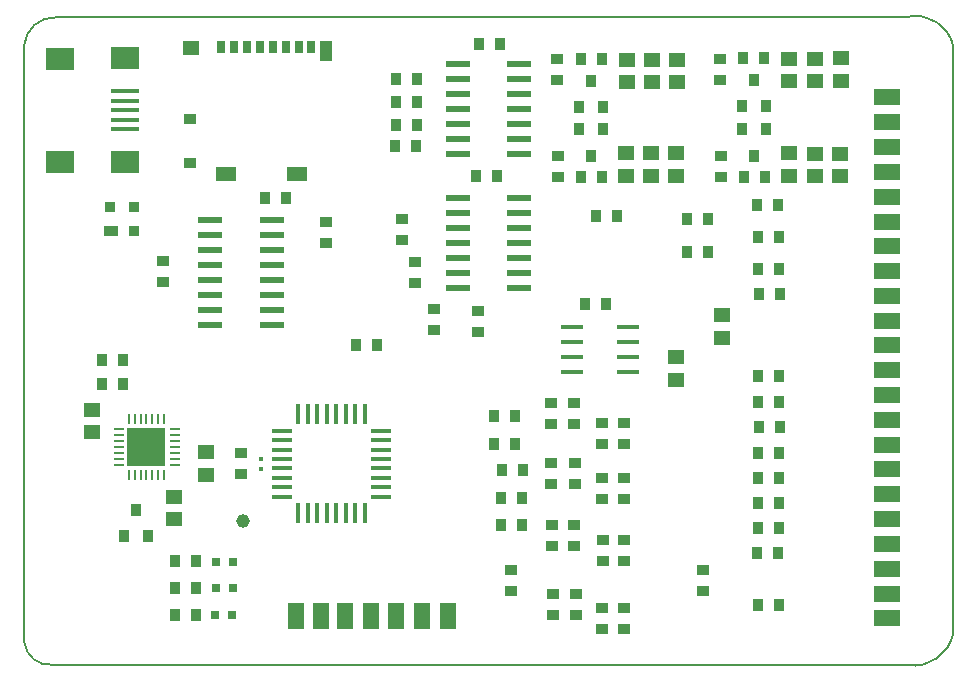
<source format=gbr>
%FSLAX23Y23*%
%MOIN*%
G04 EasyPC Gerber Version 15.0.4 Build 3016 *
%ADD116R,0.00800X0.03800*%
%ADD114R,0.01800X0.06600*%
%ADD121R,0.02553X0.03931*%
%ADD126R,0.02946X0.03931*%
%ADD111R,0.03540X0.03930*%
%ADD128R,0.03600X0.04400*%
%ADD122R,0.04206X0.06687*%
%ADD144R,0.05506X0.09049*%
%ADD131R,0.09443X0.01569*%
%ADD132R,0.09443X0.07474*%
%ADD147R,0.01600X0.01600*%
%ADD129R,0.02750X0.02750*%
%ADD120R,0.03600X0.03600*%
%ADD118R,0.12800X0.12800*%
%ADD16C,0.00500*%
%ADD117R,0.03800X0.00800*%
%ADD113R,0.06600X0.01800*%
%ADD109R,0.07400X0.01800*%
%ADD115R,0.08260X0.01960*%
%ADD125R,0.04324X0.03537*%
%ADD112R,0.03930X0.03540*%
%ADD119R,0.04600X0.03600*%
%ADD110R,0.05600X0.04700*%
%ADD123R,0.05702X0.04915*%
%ADD124R,0.07080X0.04915*%
%ADD146C,0.04600*%
%ADD145R,0.09049X0.05506*%
X0Y0D02*
D02*
D16*
X3Y80D02*
G75*
G03X95Y4I84J9D01*
G01*
X2947*
G75*
G03X3100Y113I22J131*
G01*
X3100Y2065*
G75*
G03X2948Y2164I-126J-26*
G01*
X110Y2163*
G75*
G03X3Y2067I-6J-102*
G01*
Y80*
D02*
D109*
X1828Y981D03*
Y1031D03*
Y1081D03*
Y1131D03*
X2014Y981D03*
Y1031D03*
Y1081D03*
Y1131D03*
D02*
D110*
X227Y780D03*
Y855D03*
X503Y489D03*
Y564D03*
X610Y638D03*
Y713D03*
X2008Y1634D03*
Y1709D03*
X2011Y1946D03*
Y2021D03*
X2091Y1635D03*
Y1710D03*
X2096Y1946D03*
Y2021D03*
X2174Y1634D03*
Y1709D03*
X2175Y955D03*
Y1030D03*
X2180Y1947D03*
Y2022D03*
X2328Y1095D03*
Y1170D03*
X2551Y1949D03*
Y2024D03*
X2552Y1634D03*
Y1709D03*
X2637Y1633D03*
Y1708D03*
X2640Y1950D03*
Y2025D03*
X2721Y1633D03*
Y1708D03*
X2726Y1951D03*
Y2026D03*
D02*
D111*
X261Y1019D03*
X261Y940D03*
X331Y1019D03*
X331Y940D03*
X504Y170D03*
Y259D03*
Y351D03*
X574Y170D03*
Y259D03*
Y351D03*
X804Y1559D03*
X874D03*
X1109Y1071D03*
X1179D03*
X1238Y1734D03*
X1241Y1805D03*
X1242Y1880D03*
X1242Y1957D03*
X1308Y1734D03*
X1311Y1805D03*
X1312Y1880D03*
X1312Y1957D03*
X1509Y1634D03*
X1518Y2074D03*
X1568Y742D03*
X1568Y834D03*
X1579Y1634D03*
X1588Y2074D03*
X1591Y470D03*
X1592Y562D03*
X1595Y654D03*
X1638Y742D03*
X1638Y834D03*
X1661Y470D03*
X1662Y562D03*
X1665Y654D03*
X1857Y2024D03*
X1858Y1631D03*
X1872Y1207D03*
X1908Y1499D03*
X1927Y2024D03*
X1928Y1631D03*
X1942Y1207D03*
X1978Y1499D03*
X2211Y1380D03*
X2212Y1489D03*
X2281Y1380D03*
X2282Y1489D03*
X2397Y2026D03*
X2401Y1629D03*
X2446Y376D03*
Y1538D03*
X2447Y461D03*
X2448Y1324D03*
X2448Y203D03*
Y545D03*
Y627D03*
X2449Y1432D03*
X2449Y711D03*
Y882D03*
Y966D03*
X2451Y1241D03*
X2451Y797D03*
X2467Y2026D03*
X2471Y1629D03*
X2516Y376D03*
Y1538D03*
X2517Y461D03*
X2518Y1324D03*
X2518Y203D03*
Y545D03*
Y627D03*
X2519Y1432D03*
X2519Y711D03*
Y882D03*
Y966D03*
X2521Y1241D03*
X2521Y797D03*
D02*
D112*
X465Y1281D03*
Y1351D03*
X726Y639D03*
Y709D03*
X1008Y1412D03*
Y1482D03*
X1261Y1419D03*
Y1489D03*
X1305Y1276D03*
Y1346D03*
X1368Y1119D03*
Y1189D03*
X1515Y1115D03*
Y1185D03*
X1626Y252D03*
Y322D03*
X1759Y607D03*
Y677D03*
Y807D03*
Y877D03*
X1763Y399D03*
Y469D03*
X1764Y171D03*
Y241D03*
X1780Y1955D03*
Y2025D03*
X1781Y1630D03*
Y1700D03*
X1835Y807D03*
Y877D03*
X1836Y399D03*
Y469D03*
X1839Y607D03*
Y677D03*
X1843Y171D03*
Y241D03*
X1927Y556D03*
Y626D03*
Y741D03*
Y811D03*
X1927Y124D03*
Y194D03*
X1931Y352D03*
Y422D03*
X2002Y741D03*
Y811D03*
X2003Y124D03*
Y194D03*
Y556D03*
Y626D03*
X2003Y352D03*
Y422D03*
X2264Y251D03*
Y321D03*
X2321Y1955D03*
Y2025D03*
X2325Y1632D03*
Y1702D03*
D02*
D113*
X863Y564D03*
Y596D03*
Y627D03*
Y659D03*
Y690D03*
Y722D03*
Y753D03*
Y785D03*
X1191Y564D03*
Y596D03*
Y627D03*
Y659D03*
Y690D03*
Y722D03*
Y753D03*
Y785D03*
D02*
D114*
X916Y511D03*
Y839D03*
X948Y511D03*
Y839D03*
X979Y511D03*
Y839D03*
X1011Y511D03*
Y839D03*
X1042Y511D03*
Y839D03*
X1074Y511D03*
Y839D03*
X1105Y511D03*
Y839D03*
X1137Y511D03*
Y839D03*
D02*
D115*
X623Y1136D03*
Y1186D03*
Y1236D03*
Y1286D03*
Y1336D03*
Y1386D03*
Y1436D03*
Y1486D03*
X827Y1136D03*
Y1186D03*
Y1236D03*
Y1286D03*
Y1336D03*
Y1386D03*
Y1436D03*
Y1486D03*
X1447Y1261D03*
Y1311D03*
Y1361D03*
Y1411D03*
Y1461D03*
Y1511D03*
Y1561D03*
X1448Y1707D03*
Y1757D03*
Y1807D03*
Y1857D03*
Y1907D03*
Y1957D03*
Y2007D03*
X1652Y1261D03*
Y1311D03*
Y1361D03*
Y1411D03*
Y1461D03*
Y1511D03*
Y1561D03*
X1653Y1707D03*
Y1757D03*
Y1807D03*
Y1857D03*
Y1907D03*
Y1957D03*
Y2007D03*
D02*
D116*
X351Y638D03*
Y825D03*
X371Y638D03*
Y825D03*
X391Y638D03*
Y825D03*
X410Y638D03*
Y825D03*
X430Y638D03*
Y825D03*
X450Y638D03*
Y825D03*
X469Y638D03*
Y825D03*
D02*
D117*
X317Y672D03*
Y692D03*
Y712D03*
Y731D03*
Y751D03*
Y771D03*
Y790D03*
X504Y672D03*
Y692D03*
Y712D03*
Y731D03*
Y751D03*
Y771D03*
Y790D03*
D02*
D118*
X410Y731D03*
D02*
D119*
X293Y1452D03*
D02*
D120*
X288Y1532D03*
X368Y1452D03*
Y1532D03*
D02*
D121*
X960Y2065D03*
D02*
D122*
X1008Y2051D03*
D02*
D123*
X560Y2060D03*
D02*
D124*
X676Y1641D03*
X911D03*
D02*
D125*
X554Y1677D03*
Y1823D03*
D02*
D126*
X659Y2065D03*
X702D03*
X745D03*
X789D03*
X832D03*
X875D03*
X919D03*
D02*
D128*
X334Y433D03*
X374Y520D03*
X414Y433D03*
X1851Y1789D03*
Y1865D03*
X1891Y1702D03*
Y1952D03*
X1931Y1789D03*
Y1865D03*
X2394Y1868D03*
X2396Y1789D03*
X2434Y1955D03*
X2436Y1702D03*
X2474Y1868D03*
X2476Y1789D03*
D02*
D129*
X637Y171D03*
X641Y259D03*
Y348D03*
X696Y171D03*
X700Y259D03*
Y348D03*
D02*
D131*
X337Y1790D03*
Y1822D03*
Y1853D03*
Y1885D03*
Y1916D03*
D02*
D132*
X121Y1679D03*
Y2025D03*
X337Y1680D03*
Y2027D03*
D02*
D144*
X908Y168D03*
X991D03*
X1073Y168D03*
X1158Y168D03*
X1241D03*
X1327D03*
X1414D03*
D02*
D145*
X2877Y160D03*
Y242D03*
Y325D03*
Y407D03*
Y490D03*
Y573D03*
Y656D03*
Y738D03*
Y821D03*
Y904D03*
Y986D03*
Y1069D03*
Y1152D03*
Y1234D03*
Y1317D03*
Y1400D03*
Y1482D03*
Y1565D03*
Y1648D03*
Y1730D03*
Y1813D03*
Y1896D03*
D02*
D146*
X732Y483D03*
D02*
D147*
X793Y690D03*
X793Y658D03*
X0Y0D02*
M02*

</source>
